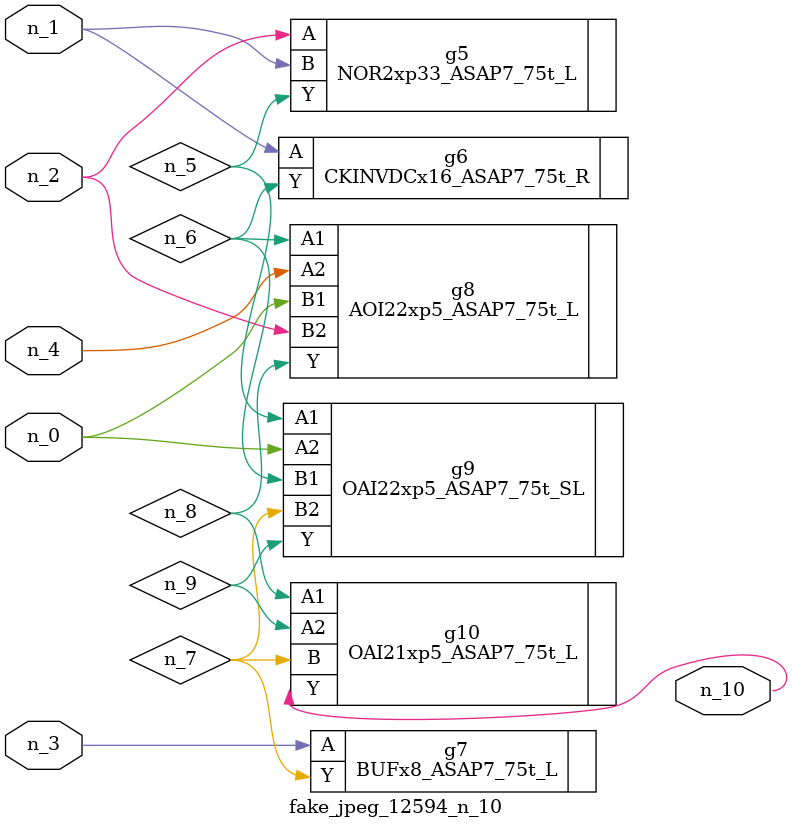
<source format=v>
module fake_jpeg_12594_n_10 (n_3, n_2, n_1, n_0, n_4, n_10);

input n_3;
input n_2;
input n_1;
input n_0;
input n_4;

output n_10;

wire n_8;
wire n_9;
wire n_6;
wire n_5;
wire n_7;

NOR2xp33_ASAP7_75t_L g5 ( 
.A(n_2),
.B(n_1),
.Y(n_5)
);

CKINVDCx16_ASAP7_75t_R g6 ( 
.A(n_1),
.Y(n_6)
);

BUFx8_ASAP7_75t_L g7 ( 
.A(n_3),
.Y(n_7)
);

AOI22xp5_ASAP7_75t_L g8 ( 
.A1(n_6),
.A2(n_4),
.B1(n_0),
.B2(n_2),
.Y(n_8)
);

OAI21xp5_ASAP7_75t_L g10 ( 
.A1(n_8),
.A2(n_9),
.B(n_7),
.Y(n_10)
);

OAI22xp5_ASAP7_75t_SL g9 ( 
.A1(n_5),
.A2(n_0),
.B1(n_6),
.B2(n_7),
.Y(n_9)
);


endmodule
</source>
